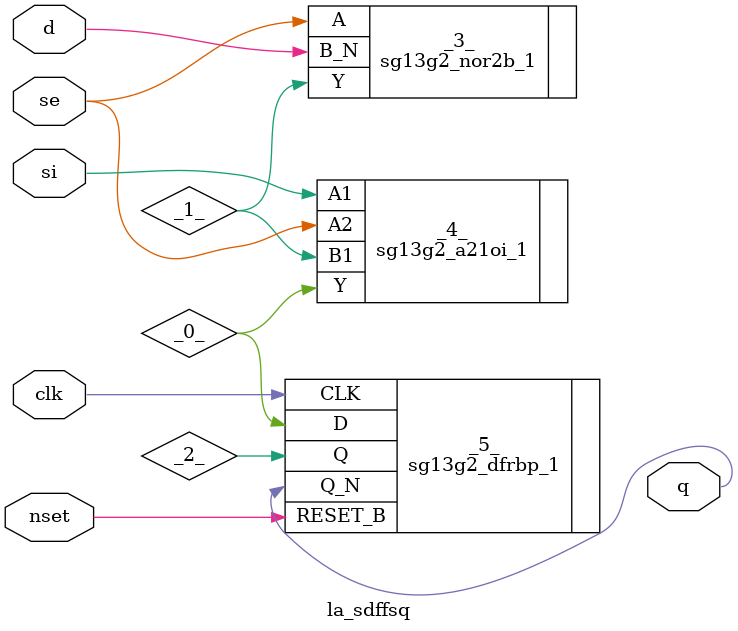
<source format=v>

/* Generated by Yosys 0.44 (git sha1 80ba43d26, g++ 11.4.0-1ubuntu1~22.04 -fPIC -O3) */

(* top =  1  *)
(* src = "inputs/la_sdffsq.v:11.1-26.10" *)
module la_sdffsq (
    d,
    si,
    se,
    clk,
    nset,
    q
);
  wire _0_;
  wire _1_;
  (* unused_bits = "0" *)
  wire _2_;
  (* src = "inputs/la_sdffsq.v:17.16-17.19" *)
  input clk;
  wire clk;
  (* src = "inputs/la_sdffsq.v:14.16-14.17" *)
  input d;
  wire d;
  (* src = "inputs/la_sdffsq.v:18.16-18.20" *)
  input nset;
  wire nset;
  (* src = "inputs/la_sdffsq.v:19.16-19.17" *)
  output q;
  wire q;
  (* src = "inputs/la_sdffsq.v:16.16-16.18" *)
  input se;
  wire se;
  (* src = "inputs/la_sdffsq.v:15.16-15.18" *)
  input si;
  wire si;
  sg13g2_nor2b_1 _3_ (
      .A  (se),
      .B_N(d),
      .Y  (_1_)
  );
  sg13g2_a21oi_1 _4_ (
      .A1(si),
      .A2(se),
      .B1(_1_),
      .Y (_0_)
  );
  (* src = "inputs/la_sdffsq.v:22.5-24.31" *)
  sg13g2_dfrbp_1 _5_ (
      .CLK(clk),
      .D(_0_),
      .Q(_2_),
      .Q_N(q),
      .RESET_B(nset)
  );
endmodule

</source>
